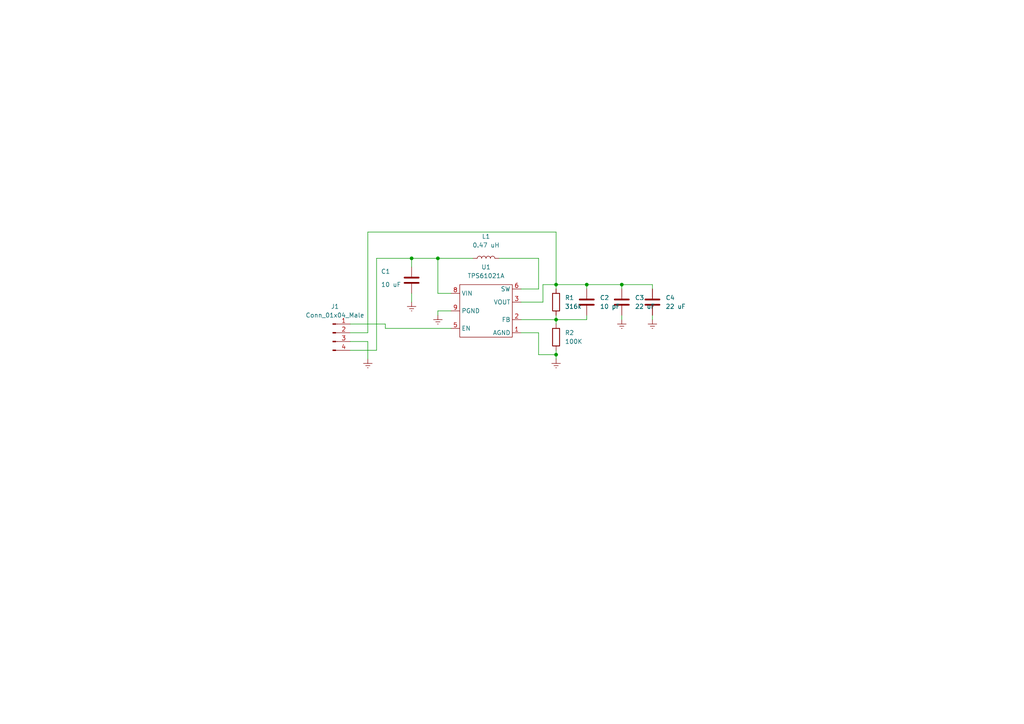
<source format=kicad_sch>
(kicad_sch (version 20211123) (generator eeschema)
  (paper "A4")
  (lib_symbols
    (symbol "Connector:Conn_01x04_Male" (pin_names (offset 1.016) hide)
      (property "Reference" "J" (at 0 5.08 0))
      (property "Value" "Conn_01x04_Male" (at 0 -7.62 0))
      (symbol "Conn_01x04_Male_1_1"
        (polyline (pts (xy 1.27 -5.08) (xy 0.8636 -5.08)) (stroke (width 0.1524)))
        (polyline (pts (xy 1.27 -2.54) (xy 0.8636 -2.54)) (stroke (width 0.1524)))
        (polyline (pts (xy 1.27 0) (xy 0.8636 0)) (stroke (width 0.1524)))
        (polyline (pts (xy 1.27 2.54) (xy 0.8636 2.54)) (stroke (width 0.1524)))
        (rectangle (start 0.8636 -4.953) (end 0 -5.207) (stroke (width 0.1524)) (fill (type outline)))
        (rectangle (start 0.8636 -2.413) (end 0 -2.667) (stroke (width 0.1524)) (fill (type outline)))
        (rectangle (start 0.8636 0.127) (end 0 -0.127) (stroke (width 0.1524)) (fill (type outline)))
        (rectangle (start 0.8636 2.667) (end 0 2.413) (stroke (width 0.1524)) (fill (type outline)))
        (pin passive line (at 5.08 2.54 180) (length 3.81) (name "Pin_1") (number "1"))
        (pin passive line (at 5.08 0 180) (length 3.81) (name "Pin_2") (number "2"))
        (pin passive line (at 5.08 -2.54 180) (length 3.81) (name "Pin_3") (number "3"))
        (pin passive line (at 5.08 -5.08 180) (length 3.81) (name "Pin_4") (number "4"))
      )
    )
    (symbol "Converter_mini_DCDC:TPS61021A"
      (property "Reference" "U" (at 0 0 0))
      (property "Value" "TPS61021A" (at 0 8.89 0))
      (symbol "TPS61021A_0_1"
        (rectangle (start -7.62 7.62) (end 7.62 -7.62))
      )
      (symbol "TPS61021A_1_1"
        (pin input line (at 10.16 -6.35 180) (length 2.54) (name "AGND") (number "1"))
        (pin input line (at 10.16 -2.54 180) (length 2.54) (name "FB") (number "2"))
        (pin input line (at 10.16 2.54 180) (length 2.54) (name "VOUT") (number "3"))
        (pin input line (at 10.16 2.54 180) (length 2.54) hide (name "VOUT") (number "4"))
        (pin input line (at -10.16 -5.08 0) (length 2.54) (name "EN") (number "5"))
        (pin input line (at 10.16 6.35 180) (length 2.54) (name "SW") (number "6"))
        (pin input line (at 10.16 6.35 180) (length 2.54) hide (name "SW") (number "7"))
        (pin input line (at -10.16 5.08 0) (length 2.54) (name "VIN") (number "8"))
        (pin input line (at -10.16 0 0) (length 2.54) (name "PGND") (number "9"))
      )
    )
    (symbol "Device:C" (pin_numbers hide) (pin_names (offset 0.254))
      (property "Reference" "C" (at 0.635 2.54 0))
      (property "Value" "C" (at 0.635 -2.54 0))
      (symbol "C_0_1"
        (polyline (pts (xy -2.032 -0.762) (xy 2.032 -0.762)) (stroke (width 0.508)))
        (polyline (pts (xy -2.032 0.762) (xy 2.032 0.762)) (stroke (width 0.508)))
      )
      (symbol "C_1_1"
        (pin passive line (at 0 3.81 270) (length 2.794) (name "~") (number "1"))
        (pin passive line (at 0 -3.81 90) (length 2.794) (name "~") (number "2"))
      )
    )
    (symbol "Device:L" (pin_numbers hide) (pin_names (offset 1.016) hide)
      (property "Reference" "L" (at -1.27 0 90))
      (property "Value" "L" (at 1.905 0 90))
      (symbol "L_0_1"
        (arc (start 0 -2.54) (mid 0.635 -1.905) (end 0 -1.27))
        (arc (start 0 -1.27) (mid 0.635 -0.635) (end 0 0))
        (arc (start 0 0) (mid 0.635 0.635) (end 0 1.27))
        (arc (start 0 1.27) (mid 0.635 1.905) (end 0 2.54))
      )
      (symbol "L_1_1"
        (pin passive line (at 0 3.81 270) (length 1.27) (name "1") (number "1"))
        (pin passive line (at 0 -3.81 90) (length 1.27) (name "2") (number "2"))
      )
    )
    (symbol "Device:R" (pin_numbers hide) (pin_names (offset 0))
      (property "Reference" "R" (at 2.032 0 90))
      (property "Value" "R" (at 0 0 90))
      (symbol "R_0_1"
        (rectangle (start -1.016 -2.54) (end 1.016 2.54) (stroke (width 0.254)))
      )
      (symbol "R_1_1"
        (pin passive line (at 0 3.81 270) (length 1.27) (name "~") (number "1"))
        (pin passive line (at 0 -3.81 90) (length 1.27) (name "~") (number "2"))
      )
    )
    (symbol "power:Earth" (power) (pin_names (offset 0))
      (symbol "Earth_0_1"
        (polyline (pts (xy -0.635 -1.905) (xy 0.635 -1.905)))
        (polyline (pts (xy -0.127 -2.54) (xy 0.127 -2.54)))
        (polyline (pts (xy 0 -1.27) (xy 0 0)))
        (polyline (pts (xy 1.27 -1.27) (xy -1.27 -1.27)))
      )
      (symbol "Earth_1_1"
        (pin power_in line (at 0 0 270) (length 0) hide (name "Earth") (number "1"))
      )
    )
  )
  (junction (at 161.29 82.55))
  (junction (at 180.34 82.55))
  (junction (at 161.29 102.87))
  (junction (at 127 74.93))
  (junction (at 170.18 82.55))
  (junction (at 119.38 74.93))
  (junction (at 161.29 92.71))
  (wire (pts (xy 170.18 82.55) (xy 180.34 82.55)))
  (wire (pts (xy 161.29 82.55) (xy 170.18 82.55)))
  (wire (pts (xy 156.21 83.82) (xy 156.21 74.93)))
  (wire (pts (xy 151.13 87.63) (xy 157.48 87.63)))
  (wire (pts (xy 119.38 74.93) (xy 127 74.93)))
  (wire (pts (xy 161.29 102.87) (xy 156.21 102.87)))
  (wire (pts (xy 156.21 96.52) (xy 151.13 96.52)))
  (wire (pts (xy 180.34 91.44) (xy 180.34 92.71)))
  (wire (pts (xy 189.23 82.55) (xy 189.23 83.82)))
  (wire (pts (xy 127 90.17) (xy 130.81 90.17)))
  (wire (pts (xy 157.48 87.63) (xy 157.48 82.55)))
  (wire (pts (xy 119.38 85.09) (xy 119.38 87.63)))
  (wire (pts (xy 109.22 74.93) (xy 119.38 74.93)))
  (wire (pts (xy 106.68 99.06) (xy 106.68 104.14)))
  (wire (pts (xy 119.38 77.47) (xy 119.38 74.93)))
  (wire (pts (xy 130.81 85.09) (xy 127 85.09)))
  (wire (pts (xy 101.6 101.6) (xy 109.22 101.6)))
  (wire (pts (xy 161.29 101.6) (xy 161.29 102.87)))
  (wire (pts (xy 156.21 74.93) (xy 144.78 74.93)))
  (wire (pts (xy 127 85.09) (xy 127 74.93)))
  (wire (pts (xy 109.22 101.6) (xy 109.22 74.93)))
  (wire (pts (xy 161.29 82.55) (xy 161.29 83.82)))
  (wire (pts (xy 161.29 92.71) (xy 161.29 91.44)))
  (wire (pts (xy 180.34 82.55) (xy 189.23 82.55)))
  (wire (pts (xy 151.13 83.82) (xy 156.21 83.82)))
  (wire (pts (xy 170.18 82.55) (xy 170.18 83.82)))
  (wire (pts (xy 189.23 91.44) (xy 189.23 92.71)))
  (wire (pts (xy 111.76 95.25) (xy 111.76 93.98)))
  (wire (pts (xy 127 91.44) (xy 127 90.17)))
  (wire (pts (xy 130.81 95.25) (xy 111.76 95.25)))
  (wire (pts (xy 161.29 92.71) (xy 170.18 92.71)))
  (wire (pts (xy 156.21 102.87) (xy 156.21 96.52)))
  (wire (pts (xy 111.76 93.98) (xy 101.6 93.98)))
  (wire (pts (xy 161.29 102.87) (xy 161.29 104.14)))
  (wire (pts (xy 157.48 82.55) (xy 161.29 82.55)))
  (wire (pts (xy 106.68 96.52) (xy 106.68 67.31)))
  (wire (pts (xy 127 74.93) (xy 137.16 74.93)))
  (wire (pts (xy 101.6 96.52) (xy 106.68 96.52)))
  (wire (pts (xy 151.13 92.71) (xy 161.29 92.71)))
  (wire (pts (xy 101.6 99.06) (xy 106.68 99.06)))
  (wire (pts (xy 161.29 92.71) (xy 161.29 93.98)))
  (wire (pts (xy 180.34 82.55) (xy 180.34 83.82)))
  (wire (pts (xy 170.18 92.71) (xy 170.18 91.44)))
  (wire (pts (xy 106.68 67.31) (xy 161.29 67.31)))
  (wire (pts (xy 161.29 67.31) (xy 161.29 82.55)))
  (symbol (lib_id "Device:C") (at 189.23 87.63 0) (unit 1)
    (property "Reference" "C4" (at 193.04 86.3599 0) (effects (justify left)))
    (property "Value" "22 uF" (at 193.04 88.8999 0) (effects (justify left)))
    (property "Footprint" "Capacitor_SMD:C_0805_2012Metric_Pad1.18x1.45mm_HandSolder" (effects hide))
  )
  (symbol (lib_id "Device:C") (at 119.38 81.28 0) (unit 1)
    (property "Reference" "C1" (at 110.49 78.74 0) (effects (justify left)))
    (property "Value" "10 uF" (at 110.49 82.55 0) (effects (justify left)))
    (property "Footprint" "Capacitor_SMD:C_0805_2012Metric_Pad1.18x1.45mm_HandSolder" (effects hide))
  )
  (symbol (lib_id "power:Earth") (at 189.23 92.71 0) (unit 1)
    (property "Reference" "#PWR0104" (effects hide))
    (property "Value" "Earth" (effects hide))
  )
  (symbol (lib_id "Device:R") (at 161.29 97.79 0) (unit 1)
    (property "Reference" "R2" (at 163.83 96.5199 0) (effects (justify left)))
    (property "Value" "100K" (at 163.83 99.0599 0) (effects (justify left)))
    (property "Footprint" "Resistor_SMD:R_0805_2012Metric_Pad1.20x1.40mm_HandSolder" (effects hide))
  )
  (symbol (lib_id "Device:C") (at 180.34 87.63 0) (unit 1)
    (property "Reference" "C3" (at 184.15 86.3599 0) (effects (justify left)))
    (property "Value" "22 uF" (at 184.15 88.8999 0) (effects (justify left)))
    (property "Footprint" "Capacitor_SMD:C_0805_2012Metric_Pad1.18x1.45mm_HandSolder" (effects hide))
  )
  (symbol (lib_id "power:Earth") (at 106.68 104.14 0) (unit 1)
    (property "Reference" "#PWR0106" (effects hide))
    (property "Value" "Earth" (effects hide))
  )
  (symbol (lib_id "Device:R") (at 161.29 87.63 0) (unit 1)
    (property "Reference" "R1" (at 163.83 86.3599 0) (effects (justify left)))
    (property "Value" "316k" (at 163.83 88.8999 0) (effects (justify left)))
    (property "Footprint" "Resistor_SMD:R_0805_2012Metric_Pad1.20x1.40mm_HandSolder" (effects hide))
  )
  (symbol (lib_id "power:Earth") (at 119.38 87.63 0) (unit 1)
    (property "Reference" "#PWR0101" (effects hide))
    (property "Value" "Earth" (effects hide))
  )
  (symbol (lib_id "Connector:Conn_01x04_Male") (at 96.52 96.52 0) (unit 1)
    (property "Reference" "J1" (at 97.155 88.9 0))
    (property "Value" "Conn_01x04_Male" (at 97.155 91.44 0))
    (property "Footprint" "Connector_PinHeader_2.54mm:PinHeader_1x04_P2.54mm_Vertical" (effects hide))
  )
  (symbol (lib_id "Device:L") (at 140.97 74.93 90) (unit 1)
    (property "Reference" "L1" (at 140.97 68.58 90))
    (property "Value" "0.47 uH" (at 140.97 71.12 90))
    (property "Footprint" "Inductor_SMD:L_Ferrocore_DLG-0403" (effects hide))
  )
  (symbol (lib_id "power:Earth") (at 180.34 92.71 0) (unit 1)
    (property "Reference" "#PWR0105" (effects hide))
    (property "Value" "Earth" (effects hide))
  )
  (symbol (lib_id "power:Earth") (at 161.29 104.14 0) (unit 1)
    (property "Reference" "#PWR0103" (effects hide))
    (property "Value" "Earth" (effects hide))
  )
  (symbol (lib_id "power:Earth") (at 127 91.44 0) (unit 1)
    (property "Reference" "#PWR0102" (effects hide))
    (property "Value" "Earth" (effects hide))
  )
  (symbol (lib_id "Device:C") (at 170.18 87.63 0) (unit 1)
    (property "Reference" "C2" (at 173.99 86.3599 0) (effects (justify left)))
    (property "Value" "10 pF" (at 173.99 88.8999 0) (effects (justify left)))
    (property "Footprint" "Capacitor_SMD:C_0805_2012Metric_Pad1.18x1.45mm_HandSolder" (effects hide))
  )
  (symbol (lib_id "Converter_mini_DCDC:TPS61021A") (at 140.97 90.17 0) (unit 1)
    (property "Reference" "U1" (at 140.97 77.47 0))
    (property "Value" "TPS61021A" (at 140.97 80.01 0))
    (property "Footprint" "Package_SON:WSON-8-1EP_2x2mm_P0.5mm_EP0.9x1.6mm_ThermalVias" (effects hide))
  )
)
</source>
